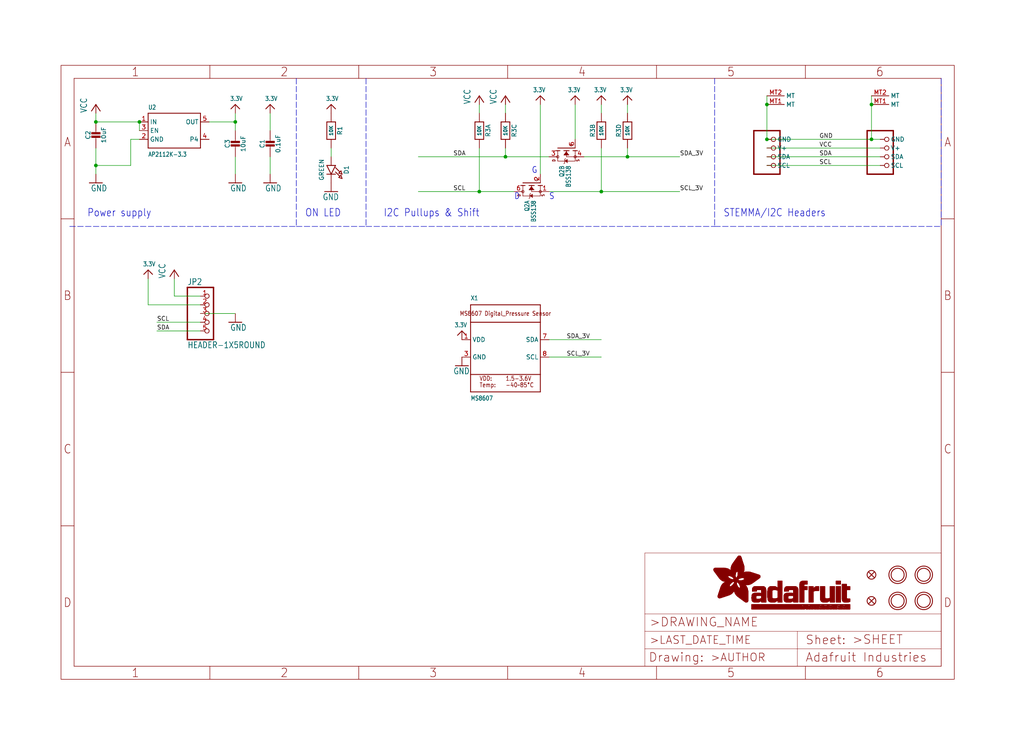
<source format=kicad_sch>
(kicad_sch (version 20211123) (generator eeschema)
  (paper "User" 298.45 217.881)
  (lib_symbols
    (symbol "eagleSchem-eagle-import:3.3V" (power)
      (property "Value" "3.3V" (at -1.524 1.016 0))
      (symbol "3.3V_1_0"
        (pin power_in line (at 0 -2.54 90) (length 2.54) (name "3.3V") (number "1"))
      )
    )
    (symbol "eagleSchem-eagle-import:CAP_CERAMIC0603_NO"
      (property "Reference" "C" (at -2.29 1.25 90))
      (property "Value" "CAP_CERAMIC0603_NO" (at 2.3 1.25 90))
      (symbol "CAP_CERAMIC0603_NO_1_0"
        (pin passive line (at 0 5.08 270) (length 2.54) (name "1") (number "1"))
        (pin passive line (at 0 -2.54 90) (length 2.54) (name "2") (number "2"))
      )
    )
    (symbol "eagleSchem-eagle-import:CAP_CERAMIC0805-NOOUTLINE"
      (property "Reference" "C" (at -2.29 1.25 90))
      (property "Value" "CAP_CERAMIC0805-NOOUTLINE" (at 2.3 1.25 90))
      (symbol "CAP_CERAMIC0805-NOOUTLINE_1_0"
        (pin passive line (at 0 5.08 270) (length 2.54) (name "1") (number "1"))
        (pin passive line (at 0 -2.54 90) (length 2.54) (name "2") (number "2"))
      )
    )
    (symbol "eagleSchem-eagle-import:FIDUCIAL_1MM")
    (symbol "eagleSchem-eagle-import:FRAME_A4_ADAFRUIT"
      (symbol "FRAME_A4_ADAFRUIT_0_0"
        (text "1" (at 21.6958 1.905 0) (effects (font (size 2.54 2.286))))
        (text "1" (at 21.6958 177.165 0) (effects (font (size 2.54 2.286))))
        (text "2" (at 65.0875 1.905 0) (effects (font (size 2.54 2.286))))
        (text "2" (at 65.0875 177.165 0) (effects (font (size 2.54 2.286))))
        (text "3" (at 108.4792 1.905 0) (effects (font (size 2.54 2.286))))
        (text "3" (at 108.4792 177.165 0) (effects (font (size 2.54 2.286))))
        (text "4" (at 151.8708 1.905 0) (effects (font (size 2.54 2.286))))
        (text "4" (at 151.8708 177.165 0) (effects (font (size 2.54 2.286))))
        (text "5" (at 195.2625 1.905 0) (effects (font (size 2.54 2.286))))
        (text "5" (at 195.2625 177.165 0) (effects (font (size 2.54 2.286))))
        (text "6" (at 238.6542 1.905 0) (effects (font (size 2.54 2.286))))
        (text "6" (at 238.6542 177.165 0) (effects (font (size 2.54 2.286))))
        (text "A" (at 1.905 156.6863 0) (effects (font (size 2.54 2.286))))
        (text "A" (at 258.445 156.6863 0) (effects (font (size 2.54 2.286))))
        (text "B" (at 1.905 111.9188 0) (effects (font (size 2.54 2.286))))
        (text "B" (at 258.445 111.9188 0) (effects (font (size 2.54 2.286))))
        (text "C" (at 1.905 67.1513 0) (effects (font (size 2.54 2.286))))
        (text "C" (at 258.445 67.1513 0) (effects (font (size 2.54 2.286))))
        (text "D" (at 1.905 22.3838 0) (effects (font (size 2.54 2.286))))
        (text "D" (at 258.445 22.3838 0) (effects (font (size 2.54 2.286))))
      )
      (symbol "FRAME_A4_ADAFRUIT_1_0"
        (text ">AUTHOR" (at 189.23 5.08 0) (effects (font (size 2.286 2.286)) (justify left bottom)))
        (text ">DRAWING_NAME" (at 171.45 15.24 0) (effects (font (size 2.54 2.54)) (justify left bottom)))
        (text ">LAST_DATE_TIME" (at 171.45 10.16 0) (effects (font (size 2.286 2.286)) (justify left bottom)))
        (text ">SHEET" (at 230.505 10.16 0) (effects (font (size 2.54 2.54)) (justify left bottom)))
        (text "Adafruit Industries" (at 216.916 4.953 0) (effects (font (size 2.54 2.54)) (justify left bottom)))
        (text "Drawing:" (at 171.196 4.953 0) (effects (font (size 2.54 2.54)) (justify left bottom)))
        (text "Sheet:" (at 216.916 10.033 0) (effects (font (size 2.54 2.54)) (justify left bottom)))
      )
    )
    (symbol "eagleSchem-eagle-import:GND" (power)
      (property "Value" "GND" (at -2.54 -2.54 0))
      (symbol "GND_1_0"
        (pin power_in line (at 0 2.54 270) (length 2.54) (name "GND") (number "1"))
      )
    )
    (symbol "eagleSchem-eagle-import:HEADER-1X5ROUND"
      (property "Reference" "JP" (at -6.35 8.255 0))
      (property "Value" "HEADER-1X5ROUND" (at -6.35 -10.16 0))
      (symbol "HEADER-1X5ROUND_1_0"
        (pin passive inverted (at -2.54 5.08 0) (length 2.54) (name "1") (number "1"))
        (pin passive inverted (at -2.54 2.54 0) (length 2.54) (name "2") (number "2"))
        (pin passive inverted (at -2.54 0 0) (length 2.54) (name "3") (number "3"))
        (pin passive inverted (at -2.54 -2.54 0) (length 2.54) (name "4") (number "4"))
        (pin passive inverted (at -2.54 -5.08 0) (length 2.54) (name "5") (number "5"))
      )
    )
    (symbol "eagleSchem-eagle-import:LED0603_NOOUTLINE"
      (property "Reference" "D" (at -1.27 4.445 0))
      (property "Value" "LED0603_NOOUTLINE" (at -1.27 -2.794 0))
      (symbol "LED0603_NOOUTLINE_1_0"
        (pin passive line (at -5.08 0 0) (length 2.54) (name "A") (number "A"))
        (pin passive line (at 2.54 0 180) (length 2.54) (name "C") (number "C"))
      )
    )
    (symbol "eagleSchem-eagle-import:MOSFET-N_DUAL"
      (property "Reference" "Q" (at 5.08 0.635 0))
      (property "Value" "MOSFET-N_DUAL" (at 5.08 -1.27 0))
      (symbol "MOSFET-N_DUAL_1_0"
        (text "D" (at 3.175 3.175 0) (effects (font (size 0.8128 0.6908)) (justify left bottom)))
        (text "G" (at -1.27 -1.905 0) (effects (font (size 0.8128 0.6908)) (justify left bottom)))
        (text "S" (at 3.175 -3.81 0) (effects (font (size 0.8128 0.6908)) (justify left bottom)))
        (pin bidirectional line (at 2.54 -5.08 90) (length 2.54) (name "S") (number "1"))
        (pin bidirectional line (at -2.54 -2.54 0) (length 2.54) (name "G") (number "2"))
        (pin bidirectional line (at 2.54 5.08 270) (length 2.54) (name "D") (number "6"))
      )
      (symbol "MOSFET-N_DUAL_2_0"
        (text "D" (at 3.175 3.175 0) (effects (font (size 0.8128 0.6908)) (justify left bottom)))
        (text "G" (at -1.27 -1.905 0) (effects (font (size 0.8128 0.6908)) (justify left bottom)))
        (text "S" (at 3.175 -3.81 0) (effects (font (size 0.8128 0.6908)) (justify left bottom)))
        (pin bidirectional line (at 2.54 5.08 270) (length 2.54) (name "D") (number "3"))
        (pin bidirectional line (at 2.54 -5.08 90) (length 2.54) (name "S") (number "4"))
        (pin bidirectional line (at -2.54 -2.54 0) (length 2.54) (name "G") (number "5"))
      )
    )
    (symbol "eagleSchem-eagle-import:MOUNTINGHOLE2.5")
    (symbol "eagleSchem-eagle-import:MS8607"
      (property "Reference" "X" (at -10.16 13.97 0))
      (property "Value" "MS8607" (at -10.16 -15.24 0))
      (symbol "MS8607_1_0"
        (text "-40~85°C" (at 0 -11.43 0) (effects (font (size 1.27 1.0795)) (justify left bottom)))
        (text "1.5-3.6V" (at 0 -9.525 0) (effects (font (size 1.27 1.0795)) (justify left bottom)))
        (text "MS8607 Digital_Pressure Sensor" (at 0 10.16 0) (effects (font (size 1.27 1.0795))))
        (text "Temp:" (at -7.62 -11.43 0) (effects (font (size 1.27 1.0795)) (justify left bottom)))
        (text "VDD:" (at -7.62 -9.525 0) (effects (font (size 1.27 1.0795)) (justify left bottom)))
        (pin power_in line (at -12.7 2.54 0) (length 2.54) (name "VDD") (number "1"))
        (pin power_in line (at -12.7 -2.54 0) (length 2.54) (name "GND") (number "3"))
        (pin bidirectional line (at 12.7 2.54 180) (length 2.54) (name "SDA") (number "7"))
        (pin bidirectional line (at 12.7 -2.54 180) (length 2.54) (name "SCL") (number "8"))
      )
    )
    (symbol "eagleSchem-eagle-import:RESISTOR_0603_NOOUT"
      (property "Reference" "R" (at 0 2.54 0))
      (property "Value" "RESISTOR_0603_NOOUT" (at 0 0 0))
      (symbol "RESISTOR_0603_NOOUT_1_0"
        (pin passive line (at -5.08 0 0) (length 2.54) (name "1") (number "1"))
        (pin passive line (at 5.08 0 180) (length 2.54) (name "2") (number "2"))
      )
    )
    (symbol "eagleSchem-eagle-import:RESISTOR_4PACK"
      (property "Reference" "R" (at 0 2.54 0))
      (property "Value" "RESISTOR_4PACK" (at 0 0 0))
      (symbol "RESISTOR_4PACK_1_0"
        (pin passive line (at -5.08 0 0) (length 2.54) (name "1") (number "1"))
        (pin passive line (at 5.08 0 180) (length 2.54) (name "2") (number "8"))
      )
      (symbol "RESISTOR_4PACK_2_0"
        (pin passive line (at -5.08 0 0) (length 2.54) (name "1") (number "2"))
        (pin passive line (at 5.08 0 180) (length 2.54) (name "2") (number "7"))
      )
      (symbol "RESISTOR_4PACK_3_0"
        (pin passive line (at -5.08 0 0) (length 2.54) (name "1") (number "3"))
        (pin passive line (at 5.08 0 180) (length 2.54) (name "2") (number "6"))
      )
      (symbol "RESISTOR_4PACK_4_0"
        (pin passive line (at -5.08 0 0) (length 2.54) (name "1") (number "4"))
        (pin passive line (at 5.08 0 180) (length 2.54) (name "2") (number "5"))
      )
    )
    (symbol "eagleSchem-eagle-import:STEMMA_I2C_QT"
      (symbol "STEMMA_I2C_QT_1_0"
        (pin passive inverted (at 0 5.08 0) (length 2.54) (name "GND") (number "1"))
        (pin passive inverted (at 0 2.54 0) (length 2.54) (name "V+") (number "2"))
        (pin passive inverted (at 0 0 0) (length 2.54) (name "SDA") (number "3"))
        (pin passive inverted (at 0 -2.54 0) (length 2.54) (name "SCL") (number "4"))
      )
      (symbol "STEMMA_I2C_QT_2_0"
        (pin bidirectional line (at 0 0 0) (length 5.08) (name "MT") (number "MT1"))
      )
      (symbol "STEMMA_I2C_QT_3_0"
        (pin bidirectional line (at 0 0 0) (length 5.08) (name "MT") (number "MT2"))
      )
    )
    (symbol "eagleSchem-eagle-import:VCC" (power)
      (property "Value" "VCC" (at -2.54 -2.54 90))
      (symbol "VCC_1_0"
        (pin power_in line (at 0 -2.54 90) (length 2.54) (name "VCC") (number "1"))
      )
    )
    (symbol "eagleSchem-eagle-import:VREG_SOT23-5"
      (property "Reference" "U" (at -7.62 6.096 0))
      (property "Value" "VREG_SOT23-5" (at -7.62 -7.62 0))
      (symbol "VREG_SOT23-5_1_0"
        (pin power_in line (at -10.16 2.54 0) (length 2.54) (name "IN") (number "1"))
        (pin power_in line (at -10.16 -2.54 0) (length 2.54) (name "GND") (number "2"))
        (pin input line (at -10.16 0 0) (length 2.54) (name "EN") (number "3"))
        (pin bidirectional line (at 10.16 -2.54 180) (length 2.54) (name "P4") (number "4"))
        (pin power_in line (at 10.16 2.54 180) (length 2.54) (name "OUT") (number "5"))
      )
    )
  )
  (junction (at 27.94 35.56))
  (junction (at 254 30.48))
  (junction (at 147.32 45.72))
  (junction (at 254 40.64))
  (junction (at 27.94 48.26))
  (junction (at 40.64 35.56))
  (junction (at 223.52 30.48))
  (junction (at 182.88 45.72))
  (junction (at 223.52 40.64))
  (junction (at 68.58 35.56))
  (junction (at 139.7 55.88))
  (junction (at 175.26 55.88))
  (wire (pts (xy 139.7 55.88) (xy 121.92 55.88)))
  (wire (pts (xy 58.42 93.98) (xy 45.72 93.98)))
  (wire (pts (xy 147.32 33.02) (xy 147.32 30.48)))
  (wire (pts (xy 182.88 45.72) (xy 198.12 45.72)))
  (wire (pts (xy 147.32 45.72) (xy 121.92 45.72)))
  (wire (pts (xy 40.64 38.1) (xy 40.64 35.56)))
  (wire (pts (xy 256.54 45.72) (xy 223.52 45.72)))
  (wire (pts (xy 40.64 40.64) (xy 38.1 40.64)))
  (wire (pts (xy 68.58 45.72) (xy 68.58 50.8)))
  (wire (pts (xy 58.42 96.52) (xy 45.72 96.52)))
  (wire (pts (xy 38.1 48.26) (xy 27.94 48.26)))
  (wire (pts (xy 170.18 45.72) (xy 182.88 45.72)))
  (wire (pts (xy 254 27.94) (xy 254 30.48)))
  (polyline (pts (xy 274.32 22.86) (xy 274.32 66.04)))
  (wire (pts (xy 160.02 45.72) (xy 147.32 45.72)))
  (wire (pts (xy 58.42 91.44) (xy 68.58 91.44)))
  (wire (pts (xy 223.52 43.18) (xy 256.54 43.18)))
  (polyline (pts (xy 208.28 66.04) (xy 274.32 66.04)))
  (wire (pts (xy 175.26 55.88) (xy 198.12 55.88)))
  (wire (pts (xy 27.94 33.02) (xy 27.94 35.56)))
  (wire (pts (xy 175.26 33.02) (xy 175.26 30.48)))
  (wire (pts (xy 78.74 33.02) (xy 78.74 38.1)))
  (wire (pts (xy 157.48 50.8) (xy 157.48 30.48)))
  (wire (pts (xy 58.42 86.36) (xy 50.8 86.36)))
  (wire (pts (xy 43.18 88.9) (xy 43.18 81.28)))
  (wire (pts (xy 58.42 88.9) (xy 43.18 88.9)))
  (wire (pts (xy 50.8 86.36) (xy 50.8 81.28)))
  (polyline (pts (xy 106.68 22.86) (xy 106.68 66.04)))
  (wire (pts (xy 182.88 33.02) (xy 182.88 30.48)))
  (wire (pts (xy 78.74 45.72) (xy 78.74 50.8)))
  (wire (pts (xy 149.86 55.88) (xy 139.7 55.88)))
  (polyline (pts (xy 106.68 66.04) (xy 208.28 66.04)))
  (wire (pts (xy 160.02 99.06) (xy 175.26 99.06)))
  (wire (pts (xy 68.58 35.56) (xy 68.58 33.02)))
  (wire (pts (xy 223.52 27.94) (xy 223.52 30.48)))
  (wire (pts (xy 40.64 35.56) (xy 27.94 35.56)))
  (wire (pts (xy 254 30.48) (xy 254 40.64)))
  (polyline (pts (xy 20.32 66.04) (xy 86.36 66.04)))
  (wire (pts (xy 60.96 35.56) (xy 68.58 35.56)))
  (wire (pts (xy 167.64 40.64) (xy 167.64 30.48)))
  (wire (pts (xy 139.7 43.18) (xy 139.7 55.88)))
  (wire (pts (xy 38.1 40.64) (xy 38.1 48.26)))
  (wire (pts (xy 254 40.64) (xy 223.52 40.64)))
  (wire (pts (xy 139.7 30.48) (xy 139.7 33.02)))
  (wire (pts (xy 160.02 104.14) (xy 175.26 104.14)))
  (polyline (pts (xy 208.28 22.86) (xy 208.28 66.04)))
  (wire (pts (xy 160.02 55.88) (xy 175.26 55.88)))
  (wire (pts (xy 27.94 48.26) (xy 27.94 43.18)))
  (wire (pts (xy 223.52 48.26) (xy 256.54 48.26)))
  (wire (pts (xy 175.26 43.18) (xy 175.26 55.88)))
  (wire (pts (xy 96.52 45.72) (xy 96.52 43.18)))
  (wire (pts (xy 182.88 43.18) (xy 182.88 45.72)))
  (polyline (pts (xy 86.36 22.86) (xy 86.36 66.04)))
  (wire (pts (xy 68.58 35.56) (xy 68.58 38.1)))
  (wire (pts (xy 223.52 30.48) (xy 223.52 40.64)))
  (polyline (pts (xy 86.36 66.04) (xy 106.68 66.04)))
  (wire (pts (xy 256.54 40.64) (xy 254 40.64)))
  (wire (pts (xy 27.94 48.26) (xy 27.94 50.8)))
  (wire (pts (xy 147.32 43.18) (xy 147.32 45.72)))
  (text "I2C Pullups & Shift" (at 111.76 63.5 180) (effects (font (size 2.1844 1.8567)) (justify left bottom)))
  (text "STEMMA/I2C Headers" (at 210.82 63.5 180) (effects (font (size 2.1844 1.8567)) (justify left bottom)))
  (text "ON LED" (at 88.9 63.5 180) (effects (font (size 2.1844 1.8567)) (justify left bottom)))
  (text "Power supply" (at 25.4 63.5 180) (effects (font (size 2.1844 1.8567)) (justify left bottom)))
  (text "G" (at 154.94 50.8 180) (effects (font (size 1.778 1.5113)) (justify left bottom)))
  (text "D" (at 149.86 58.42 180) (effects (font (size 1.778 1.5113)) (justify left bottom)))
  (text "S" (at 160.02 58.42 180) (effects (font (size 1.778 1.5113)) (justify left bottom)))
  (label "GND" (at 238.76 40.64 0) (effects (font (size 1.2446 1.2446))))
  (label "SDA_3V" (at 198.12 45.72 0) (effects (font (size 1.2446 1.2446))))
  (label "VCC" (at 238.76 43.18 0) (effects (font (size 1.2446 1.2446))))
  (label "SDA" (at 45.72 96.52 0) (effects (font (size 1.2446 1.2446))))
  (label "SDA" (at 132.08 45.72 0) (effects (font (size 1.2446 1.2446))))
  (label "SCL" (at 132.08 55.88 0) (effects (font (size 1.2446 1.2446))))
  (label "SCL_3V" (at 165.1 104.14 0) (effects (font (size 1.2446 1.2446))))
  (label "SCL_3V" (at 198.12 55.88 0) (effects (font (size 1.2446 1.2446))))
  (label "SDA" (at 238.76 45.72 0) (effects (font (size 1.2446 1.2446))))
  (label "SCL" (at 45.72 93.98 0) (effects (font (size 1.2446 1.2446))))
  (label "SCL" (at 238.76 48.26 0) (effects (font (size 1.2446 1.2446))))
  (label "SDA_3V" (at 165.1 99.06 0) (effects (font (size 1.2446 1.2446))))
  (symbol (lib_id "eagleSchem-eagle-import:VCC") (at 147.32 27.94 0) (unit 1)
    (property "Reference" "#P+2" (effects hide))
    (property "Value" "VCC" (at 144.78 30.48 90) (effects (font (size 1.778 1.5113)) (justify left bottom)))
    (property "Footprint" "eagleSchem:" (effects hide))
  )
  (symbol (lib_id "eagleSchem-eagle-import:3.3V") (at 134.62 96.52 0) (mirror y) (unit 1)
    (property "Reference" "#U$2" (effects hide))
    (property "Value" "3.3V" (at 136.144 95.504 0) (effects (font (size 1.27 1.0795)) (justify left bottom)))
    (property "Footprint" "eagleSchem:" (effects hide))
  )
  (symbol (lib_id "eagleSchem-eagle-import:3.3V") (at 182.88 27.94 0) (mirror y) (unit 1)
    (property "Reference" "#U$7" (effects hide))
    (property "Value" "3.3V" (at 184.404 26.924 0) (effects (font (size 1.27 1.0795)) (justify left bottom)))
    (property "Footprint" "eagleSchem:" (effects hide))
  )
  (symbol (lib_id "eagleSchem-eagle-import:3.3V") (at 96.52 30.48 0) (unit 1)
    (property "Reference" "#U$3" (effects hide))
    (property "Value" "3.3V" (at 94.996 29.464 0) (effects (font (size 1.27 1.0795)) (justify left bottom)))
    (property "Footprint" "eagleSchem:" (effects hide))
  )
  (symbol (lib_id "eagleSchem-eagle-import:RESISTOR_4PACK") (at 175.26 38.1 90) (mirror x) (unit 2)
    (property "Reference" "R3" (at 172.72 38.1 0))
    (property "Value" "10K" (at 175.26 38.1 0) (effects (font (size 1.016 1.016) bold)))
    (property "Footprint" "eagleSchem:RESPACK_4X0603" (effects hide))
  )
  (symbol (lib_id "eagleSchem-eagle-import:MS8607") (at 147.32 101.6 0) (unit 1)
    (property "Reference" "X1" (at 137.16 87.63 0) (effects (font (size 1.27 1.0795)) (justify left bottom)))
    (property "Value" "MS8607" (at 137.16 116.84 0) (effects (font (size 1.27 1.0795)) (justify left bottom)))
    (property "Footprint" "eagleSchem:MS8607" (effects hide))
  )
  (symbol (lib_id "eagleSchem-eagle-import:LED0603_NOOUTLINE") (at 96.52 50.8 270) (unit 1)
    (property "Reference" "D1" (at 100.965 49.53 0))
    (property "Value" "GREEN" (at 93.726 49.53 0))
    (property "Footprint" "eagleSchem:CHIPLED_0603_NOOUTLINE" (effects hide))
  )
  (symbol (lib_id "eagleSchem-eagle-import:MOUNTINGHOLE2.5") (at 269.24 175.26 0) (unit 1)
    (property "Reference" "U$21" (effects hide))
    (property "Value" "MOUNTINGHOLE2.5" (effects hide))
    (property "Footprint" "eagleSchem:MOUNTINGHOLE_2.5_PLATED" (effects hide))
  )
  (symbol (lib_id "eagleSchem-eagle-import:VCC") (at 27.94 30.48 0) (unit 1)
    (property "Reference" "#P+3" (effects hide))
    (property "Value" "VCC" (at 25.4 33.02 90) (effects (font (size 1.778 1.5113)) (justify left bottom)))
    (property "Footprint" "eagleSchem:" (effects hide))
  )
  (symbol (lib_id "eagleSchem-eagle-import:STEMMA_I2C_QT") (at 223.52 30.48 0) (unit 2)
    (property "Reference" "CONN3" (effects hide))
    (property "Value" "STEMMA_I2C_QT" (effects hide))
    (property "Footprint" "eagleSchem:JST_SH4" (effects hide))
  )
  (symbol (lib_id "eagleSchem-eagle-import:MOSFET-N_DUAL") (at 154.94 53.34 90) (mirror x) (unit 1)
    (property "Reference" "Q2" (at 154.305 58.42 0) (effects (font (size 1.27 1.0795)) (justify left bottom)))
    (property "Value" "BSS138" (at 156.21 58.42 0) (effects (font (size 1.27 1.0795)) (justify left bottom)))
    (property "Footprint" "eagleSchem:SOT363" (effects hide))
  )
  (symbol (lib_id "eagleSchem-eagle-import:RESISTOR_4PACK") (at 182.88 38.1 90) (mirror x) (unit 4)
    (property "Reference" "R3" (at 180.34 38.1 0))
    (property "Value" "10K" (at 182.88 38.1 0) (effects (font (size 1.016 1.016) bold)))
    (property "Footprint" "eagleSchem:RESPACK_4X0603" (effects hide))
  )
  (symbol (lib_id "eagleSchem-eagle-import:CAP_CERAMIC0805-NOOUTLINE") (at 27.94 40.64 0) (unit 1)
    (property "Reference" "C2" (at 25.65 39.39 90))
    (property "Value" "10uF" (at 30.24 39.39 90))
    (property "Footprint" "eagleSchem:0805-NO" (effects hide))
  )
  (symbol (lib_id "eagleSchem-eagle-import:GND") (at 96.52 55.88 0) (unit 1)
    (property "Reference" "#GND6" (effects hide))
    (property "Value" "GND" (at 93.98 58.42 0) (effects (font (size 1.778 1.5113)) (justify left bottom)))
    (property "Footprint" "eagleSchem:" (effects hide))
  )
  (symbol (lib_id "eagleSchem-eagle-import:RESISTOR_4PACK") (at 147.32 38.1 270) (unit 3)
    (property "Reference" "R3" (at 149.86 38.1 0))
    (property "Value" "10K" (at 147.32 38.1 0) (effects (font (size 1.016 1.016) bold)))
    (property "Footprint" "eagleSchem:RESPACK_4X0603" (effects hide))
  )
  (symbol (lib_id "eagleSchem-eagle-import:GND") (at 27.94 53.34 0) (unit 1)
    (property "Reference" "#U$13" (effects hide))
    (property "Value" "GND" (at 26.416 55.88 0) (effects (font (size 1.778 1.5113)) (justify left bottom)))
    (property "Footprint" "eagleSchem:" (effects hide))
  )
  (symbol (lib_id "eagleSchem-eagle-import:CAP_CERAMIC0603_NO") (at 78.74 43.18 0) (unit 1)
    (property "Reference" "C1" (at 76.45 41.93 90))
    (property "Value" "0.1uF" (at 81.04 41.93 90))
    (property "Footprint" "eagleSchem:0603-NO" (effects hide))
  )
  (symbol (lib_id "eagleSchem-eagle-import:GND") (at 68.58 53.34 0) (unit 1)
    (property "Reference" "#U$5" (effects hide))
    (property "Value" "GND" (at 67.056 55.88 0) (effects (font (size 1.778 1.5113)) (justify left bottom)))
    (property "Footprint" "eagleSchem:" (effects hide))
  )
  (symbol (lib_id "eagleSchem-eagle-import:VCC") (at 139.7 27.94 0) (unit 1)
    (property "Reference" "#P+1" (effects hide))
    (property "Value" "VCC" (at 137.16 30.48 90) (effects (font (size 1.778 1.5113)) (justify left bottom)))
    (property "Footprint" "eagleSchem:" (effects hide))
  )
  (symbol (lib_id "eagleSchem-eagle-import:FIDUCIAL_1MM") (at 254 167.64 0) (unit 1)
    (property "Reference" "FID4" (effects hide))
    (property "Value" "FIDUCIAL_1MM" (effects hide))
    (property "Footprint" "eagleSchem:FIDUCIAL_1MM" (effects hide))
  )
  (symbol (lib_id "eagleSchem-eagle-import:3.3V") (at 43.18 78.74 0) (unit 1)
    (property "Reference" "#U$16" (effects hide))
    (property "Value" "3.3V" (at 41.656 77.724 0) (effects (font (size 1.27 1.0795)) (justify left bottom)))
    (property "Footprint" "eagleSchem:" (effects hide))
  )
  (symbol (lib_id "eagleSchem-eagle-import:3.3V") (at 78.74 30.48 0) (unit 1)
    (property "Reference" "#U$14" (effects hide))
    (property "Value" "3.3V" (at 77.216 29.464 0) (effects (font (size 1.27 1.0795)) (justify left bottom)))
    (property "Footprint" "eagleSchem:" (effects hide))
  )
  (symbol (lib_id "eagleSchem-eagle-import:FRAME_A4_ADAFRUIT") (at 17.78 198.12 0) (unit 1)
    (property "Reference" "#U$18" (effects hide))
    (property "Value" "FRAME_A4_ADAFRUIT" (effects hide))
    (property "Footprint" "eagleSchem:" (effects hide))
  )
  (symbol (lib_id "eagleSchem-eagle-import:GND") (at 134.62 106.68 0) (unit 1)
    (property "Reference" "#GND1" (effects hide))
    (property "Value" "GND" (at 132.08 109.22 0) (effects (font (size 1.778 1.5113)) (justify left bottom)))
    (property "Footprint" "eagleSchem:" (effects hide))
  )
  (symbol (lib_id "eagleSchem-eagle-import:MOUNTINGHOLE2.5") (at 261.62 175.26 0) (unit 1)
    (property "Reference" "U$1" (effects hide))
    (property "Value" "MOUNTINGHOLE2.5" (effects hide))
    (property "Footprint" "eagleSchem:MOUNTINGHOLE_2.5_PLATED" (effects hide))
  )
  (symbol (lib_id "eagleSchem-eagle-import:MOUNTINGHOLE2.5") (at 269.24 167.64 0) (unit 1)
    (property "Reference" "U$19" (effects hide))
    (property "Value" "MOUNTINGHOLE2.5" (effects hide))
    (property "Footprint" "eagleSchem:MOUNTINGHOLE_2.5_PLATED" (effects hide))
  )
  (symbol (lib_id "eagleSchem-eagle-import:GND") (at 68.58 93.98 0) (unit 1)
    (property "Reference" "#U$10" (effects hide))
    (property "Value" "GND" (at 67.056 96.52 0) (effects (font (size 1.778 1.5113)) (justify left bottom)))
    (property "Footprint" "eagleSchem:" (effects hide))
  )
  (symbol (lib_id "eagleSchem-eagle-import:RESISTOR_4PACK") (at 139.7 38.1 270) (unit 1)
    (property "Reference" "R3" (at 142.24 38.1 0))
    (property "Value" "10K" (at 139.7 38.1 0) (effects (font (size 1.016 1.016) bold)))
    (property "Footprint" "eagleSchem:RESPACK_4X0603" (effects hide))
  )
  (symbol (lib_id "eagleSchem-eagle-import:STEMMA_I2C_QT") (at 254 30.48 0) (unit 2)
    (property "Reference" "CONN4" (effects hide))
    (property "Value" "STEMMA_I2C_QT" (effects hide))
    (property "Footprint" "eagleSchem:JST_SH4" (effects hide))
  )
  (symbol (lib_id "eagleSchem-eagle-import:VCC") (at 50.8 78.74 0) (unit 1)
    (property "Reference" "#P+4" (effects hide))
    (property "Value" "VCC" (at 48.26 81.28 90) (effects (font (size 1.778 1.5113)) (justify left bottom)))
    (property "Footprint" "eagleSchem:" (effects hide))
  )
  (symbol (lib_id "eagleSchem-eagle-import:STEMMA_I2C_QT") (at 254 27.94 0) (unit 3)
    (property "Reference" "CONN4" (effects hide))
    (property "Value" "STEMMA_I2C_QT" (effects hide))
    (property "Footprint" "eagleSchem:JST_SH4" (effects hide))
  )
  (symbol (lib_id "eagleSchem-eagle-import:STEMMA_I2C_QT") (at 256.54 45.72 0) (unit 1)
    (property "Reference" "CONN4" (effects hide))
    (property "Value" "STEMMA_I2C_QT" (effects hide))
    (property "Footprint" "eagleSchem:JST_SH4" (effects hide))
  )
  (symbol (lib_id "eagleSchem-eagle-import:MOSFET-N_DUAL") (at 165.1 43.18 90) (mirror x) (unit 2)
    (property "Reference" "Q2" (at 164.465 48.26 0) (effects (font (size 1.27 1.0795)) (justify left bottom)))
    (property "Value" "BSS138" (at 166.37 48.26 0) (effects (font (size 1.27 1.0795)) (justify left bottom)))
    (property "Footprint" "eagleSchem:SOT363" (effects hide))
  )
  (symbol (lib_id "eagleSchem-eagle-import:CAP_CERAMIC0805-NOOUTLINE") (at 68.58 43.18 0) (unit 1)
    (property "Reference" "C3" (at 66.29 41.93 90))
    (property "Value" "10uF" (at 70.88 41.93 90))
    (property "Footprint" "eagleSchem:0805-NO" (effects hide))
  )
  (symbol (lib_id "eagleSchem-eagle-import:3.3V") (at 167.64 27.94 0) (mirror y) (unit 1)
    (property "Reference" "#U$23" (effects hide))
    (property "Value" "3.3V" (at 169.164 26.924 0) (effects (font (size 1.27 1.0795)) (justify left bottom)))
    (property "Footprint" "eagleSchem:" (effects hide))
  )
  (symbol (lib_id "eagleSchem-eagle-import:MOUNTINGHOLE2.5") (at 261.62 167.64 0) (unit 1)
    (property "Reference" "U$17" (effects hide))
    (property "Value" "MOUNTINGHOLE2.5" (effects hide))
    (property "Footprint" "eagleSchem:MOUNTINGHOLE_2.5_PLATED" (effects hide))
  )
  (symbol (lib_id "eagleSchem-eagle-import:FIDUCIAL_1MM") (at 254 175.26 0) (unit 1)
    (property "Reference" "FID3" (effects hide))
    (property "Value" "FIDUCIAL_1MM" (effects hide))
    (property "Footprint" "eagleSchem:FIDUCIAL_1MM" (effects hide))
  )
  (symbol (lib_id "eagleSchem-eagle-import:3.3V") (at 175.26 27.94 0) (mirror y) (unit 1)
    (property "Reference" "#U$24" (effects hide))
    (property "Value" "3.3V" (at 176.784 26.924 0) (effects (font (size 1.27 1.0795)) (justify left bottom)))
    (property "Footprint" "eagleSchem:" (effects hide))
  )
  (symbol (lib_id "eagleSchem-eagle-import:3.3V") (at 157.48 27.94 0) (mirror y) (unit 1)
    (property "Reference" "#U$26" (effects hide))
    (property "Value" "3.3V" (at 159.004 26.924 0) (effects (font (size 1.27 1.0795)) (justify left bottom)))
    (property "Footprint" "eagleSchem:" (effects hide))
  )
  (symbol (lib_id "eagleSchem-eagle-import:RESISTOR_0603_NOOUT") (at 96.52 38.1 270) (unit 1)
    (property "Reference" "R1" (at 99.06 38.1 0))
    (property "Value" "10K" (at 96.52 38.1 0) (effects (font (size 1.016 1.016) bold)))
    (property "Footprint" "eagleSchem:0603-NO" (effects hide))
  )
  (symbol (lib_id "eagleSchem-eagle-import:STEMMA_I2C_QT") (at 223.52 45.72 0) (unit 1)
    (property "Reference" "CONN3" (effects hide))
    (property "Value" "STEMMA_I2C_QT" (effects hide))
    (property "Footprint" "eagleSchem:JST_SH4" (effects hide))
  )
  (symbol (lib_id "eagleSchem-eagle-import:GND") (at 78.74 53.34 0) (unit 1)
    (property "Reference" "#U$6" (effects hide))
    (property "Value" "GND" (at 77.216 55.88 0) (effects (font (size 1.778 1.5113)) (justify left bottom)))
    (property "Footprint" "eagleSchem:" (effects hide))
  )
  (symbol (lib_id "eagleSchem-eagle-import:STEMMA_I2C_QT") (at 223.52 27.94 0) (unit 3)
    (property "Reference" "CONN3" (effects hide))
    (property "Value" "STEMMA_I2C_QT" (effects hide))
    (property "Footprint" "eagleSchem:JST_SH4" (effects hide))
  )
  (symbol (lib_id "eagleSchem-eagle-import:3.3V") (at 68.58 30.48 0) (unit 1)
    (property "Reference" "#U$15" (effects hide))
    (property "Value" "3.3V" (at 67.056 29.464 0) (effects (font (size 1.27 1.0795)) (justify left bottom)))
    (property "Footprint" "eagleSchem:" (effects hide))
  )
  (symbol (lib_id "eagleSchem-eagle-import:VREG_SOT23-5") (at 50.8 38.1 0) (unit 1)
    (property "Reference" "U2" (at 43.18 32.004 0) (effects (font (size 1.27 1.0795)) (justify left bottom)))
    (property "Value" "AP2112K-3.3" (at 43.18 45.72 0) (effects (font (size 1.27 1.0795)) (justify left bottom)))
    (property "Footprint" "eagleSchem:SOT23-5" (effects hide))
  )
  (symbol (lib_id "eagleSchem-eagle-import:HEADER-1X5ROUND") (at 60.96 91.44 0) (unit 1)
    (property "Reference" "JP2" (at 54.61 83.185 0) (effects (font (size 1.778 1.5113)) (justify left bottom)))
    (property "Value" "HEADER-1X5ROUND" (at 54.61 101.6 0) (effects (font (size 1.778 1.5113)) (justify left bottom)))
    (property "Footprint" "eagleSchem:1X05_ROUND" (effects hide))
  )
)
</source>
